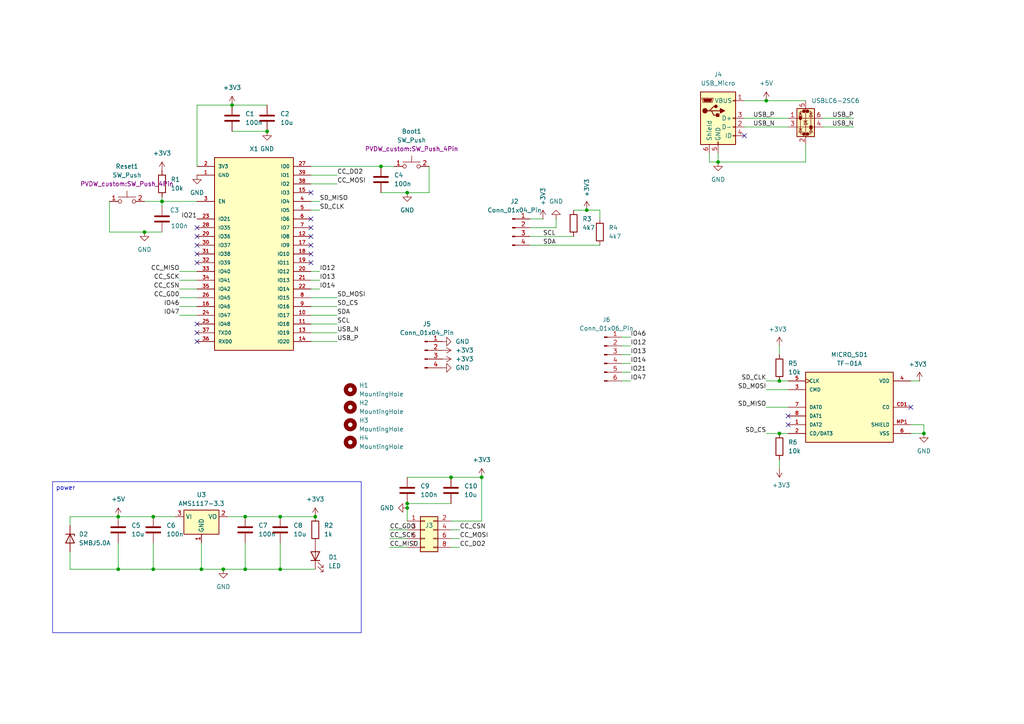
<source format=kicad_sch>
(kicad_sch (version 20250114) (generator "eeschema") (generator_version "9.0")
  (paper "A4")
  (lib_symbols
    (symbol "Connector:Conn_01x04_Pin" (pin_names (offset 1.016) (hide yes))
      (property "Reference" "J" (at 0 5.08 0))
      (property "Value" "Conn_01x04_Pin" (at 0 -7.62 0))
      (symbol "Conn_01x04_Pin_1_1"
        (rectangle (start 0.8636 2.667) (end 0 2.413) (stroke (width 0.1524)) (fill (type outline)))
        (rectangle (start 0.8636 0.127) (end 0 -0.127) (stroke (width 0.1524)) (fill (type outline)))
        (rectangle (start 0.8636 -2.413) (end 0 -2.667) (stroke (width 0.1524)) (fill (type outline)))
        (rectangle (start 0.8636 -4.953) (end 0 -5.207) (stroke (width 0.1524)) (fill (type outline)))
        (polyline (pts (xy 1.27 2.54) (xy 0.8636 2.54)) (stroke (width 0.1524)))
        (polyline (pts (xy 1.27 0) (xy 0.8636 0)) (stroke (width 0.1524)))
        (polyline (pts (xy 1.27 -2.54) (xy 0.8636 -2.54)) (stroke (width 0.1524)))
        (polyline (pts (xy 1.27 -5.08) (xy 0.8636 -5.08)) (stroke (width 0.1524)))
        (pin passive line (at 5.08 2.54 180) (length 3.81) (name "Pin_1") (number "1"))
        (pin passive line (at 5.08 0 180) (length 3.81) (name "Pin_2") (number "2"))
        (pin passive line (at 5.08 -2.54 180) (length 3.81) (name "Pin_3") (number "3"))
        (pin passive line (at 5.08 -5.08 180) (length 3.81) (name "Pin_4") (number "4"))
      )
    )
    (symbol "Connector:Conn_01x06_Pin" (pin_names (offset 1.016) (hide yes))
      (property "Reference" "J" (at 0 7.62 0))
      (property "Value" "Conn_01x06_Pin" (at 0 -10.16 0))
      (symbol "Conn_01x06_Pin_1_1"
        (rectangle (start 0.8636 5.207) (end 0 4.953) (stroke (width 0.1524)) (fill (type outline)))
        (rectangle (start 0.8636 2.667) (end 0 2.413) (stroke (width 0.1524)) (fill (type outline)))
        (rectangle (start 0.8636 0.127) (end 0 -0.127) (stroke (width 0.1524)) (fill (type outline)))
        (rectangle (start 0.8636 -2.413) (end 0 -2.667) (stroke (width 0.1524)) (fill (type outline)))
        (rectangle (start 0.8636 -4.953) (end 0 -5.207) (stroke (width 0.1524)) (fill (type outline)))
        (rectangle (start 0.8636 -7.493) (end 0 -7.747) (stroke (width 0.1524)) (fill (type outline)))
        (polyline (pts (xy 1.27 5.08) (xy 0.8636 5.08)) (stroke (width 0.1524)))
        (polyline (pts (xy 1.27 2.54) (xy 0.8636 2.54)) (stroke (width 0.1524)))
        (polyline (pts (xy 1.27 0) (xy 0.8636 0)) (stroke (width 0.1524)))
        (polyline (pts (xy 1.27 -2.54) (xy 0.8636 -2.54)) (stroke (width 0.1524)))
        (polyline (pts (xy 1.27 -5.08) (xy 0.8636 -5.08)) (stroke (width 0.1524)))
        (polyline (pts (xy 1.27 -7.62) (xy 0.8636 -7.62)) (stroke (width 0.1524)))
        (pin passive line (at 5.08 5.08 180) (length 3.81) (name "Pin_1") (number "1"))
        (pin passive line (at 5.08 2.54 180) (length 3.81) (name "Pin_2") (number "2"))
        (pin passive line (at 5.08 0 180) (length 3.81) (name "Pin_3") (number "3"))
        (pin passive line (at 5.08 -2.54 180) (length 3.81) (name "Pin_4") (number "4"))
        (pin passive line (at 5.08 -5.08 180) (length 3.81) (name "Pin_5") (number "5"))
        (pin passive line (at 5.08 -7.62 180) (length 3.81) (name "Pin_6") (number "6"))
      )
    )
    (symbol "Connector_Generic:Conn_02x04_Odd_Even" (pin_names (offset 1.016) (hide yes))
      (property "Reference" "J" (at 1.27 5.08 0))
      (property "Value" "Conn_02x04_Odd_Even" (at 1.27 -7.62 0))
      (symbol "Conn_02x04_Odd_Even_1_1"
        (rectangle (start -1.27 3.81) (end 3.81 -6.35) (stroke (width 0.254)) (fill (type background)))
        (rectangle (start -1.27 2.667) (end 0 2.413) (stroke (width 0.1524)))
        (rectangle (start -1.27 0.127) (end 0 -0.127) (stroke (width 0.1524)))
        (rectangle (start -1.27 -2.413) (end 0 -2.667) (stroke (width 0.1524)))
        (rectangle (start -1.27 -4.953) (end 0 -5.207) (stroke (width 0.1524)))
        (rectangle (start 3.81 2.667) (end 2.54 2.413) (stroke (width 0.1524)))
        (rectangle (start 3.81 0.127) (end 2.54 -0.127) (stroke (width 0.1524)))
        (rectangle (start 3.81 -2.413) (end 2.54 -2.667) (stroke (width 0.1524)))
        (rectangle (start 3.81 -4.953) (end 2.54 -5.207) (stroke (width 0.1524)))
        (pin passive line (at -5.08 2.54 0) (length 3.81) (name "Pin_1") (number "1"))
        (pin passive line (at -5.08 0 0) (length 3.81) (name "Pin_3") (number "3"))
        (pin passive line (at -5.08 -2.54 0) (length 3.81) (name "Pin_5") (number "5"))
        (pin passive line (at -5.08 -5.08 0) (length 3.81) (name "Pin_7") (number "7"))
        (pin passive line (at 7.62 2.54 180) (length 3.81) (name "Pin_2") (number "2"))
        (pin passive line (at 7.62 0 180) (length 3.81) (name "Pin_4") (number "4"))
        (pin passive line (at 7.62 -2.54 180) (length 3.81) (name "Pin_6") (number "6"))
        (pin passive line (at 7.62 -5.08 180) (length 3.81) (name "Pin_8") (number "8"))
      )
    )
    (symbol "Device:C" (pin_numbers (hide yes)) (pin_names (offset 0.254))
      (property "Reference" "C" (at 0.635 2.54 0))
      (property "Value" "C" (at 0.635 -2.54 0))
      (symbol "C_0_1"
        (polyline (pts (xy -2.032 0.762) (xy 2.032 0.762)) (stroke (width 0.508)))
        (polyline (pts (xy -2.032 -0.762) (xy 2.032 -0.762)) (stroke (width 0.508)))
      )
      (symbol "C_1_1"
        (pin passive line (at 0 3.81 270) (length 2.794) (name "~") (number "1"))
        (pin passive line (at 0 -3.81 90) (length 2.794) (name "~") (number "2"))
      )
    )
    (symbol "Device:LED" (pin_numbers (hide yes)) (pin_names (offset 1.016) (hide yes))
      (property "Reference" "D" (at 0 2.54 0))
      (property "Value" "LED" (at 0 -2.54 0))
      (symbol "LED_0_1"
        (polyline (pts (xy -3.048 -0.762) (xy -4.572 -2.286) (xy -3.81 -2.286) (xy -4.572 -2.286) (xy -4.572 -1.524)))
        (polyline (pts (xy -1.778 -0.762) (xy -3.302 -2.286) (xy -2.54 -2.286) (xy -3.302 -2.286) (xy -3.302 -1.524)))
        (polyline (pts (xy -1.27 0) (xy 1.27 0)))
        (polyline (pts (xy -1.27 -1.27) (xy -1.27 1.27)) (stroke (width 0.254)))
        (polyline (pts (xy 1.27 -1.27) (xy 1.27 1.27) (xy -1.27 0) (xy 1.27 -1.27)) (stroke (width 0.254)))
      )
      (symbol "LED_1_1"
        (pin passive line (at -3.81 0 0) (length 2.54) (name "K") (number "1"))
        (pin passive line (at 3.81 0 180) (length 2.54) (name "A") (number "2"))
      )
    )
    (symbol "Device:R" (pin_numbers (hide yes)) (pin_names (offset 0))
      (property "Reference" "R" (at 2.032 0 90))
      (property "Value" "R" (at 0 0 90))
      (symbol "R_0_1"
        (rectangle (start -1.016 -2.54) (end 1.016 2.54) (stroke (width 0.254)))
      )
      (symbol "R_1_1"
        (pin passive line (at 0 3.81 270) (length 1.27) (name "~") (number "1"))
        (pin passive line (at 0 -3.81 90) (length 1.27) (name "~") (number "2"))
      )
    )
    (symbol "Diode:Z2SMBxxx" (pin_numbers (hide yes)) (pin_names (hide yes))
      (property "Reference" "D" (at 0 2.54 0))
      (property "Value" "Z2SMBxxx" (at 0 -2.54 0))
      (symbol "Z2SMBxxx_0_1"
        (polyline (pts (xy -1.27 -1.27) (xy -1.27 1.27) (xy -0.762 1.27)) (stroke (width 0.254)))
        (polyline (pts (xy 1.27 0) (xy -1.27 0)))
        (polyline (pts (xy 1.27 -1.27) (xy 1.27 1.27) (xy -1.27 0) (xy 1.27 -1.27)) (stroke (width 0.254)))
      )
      (symbol "Z2SMBxxx_1_1"
        (pin passive line (at -3.81 0 0) (length 2.54) (name "K") (number "1"))
        (pin passive line (at 3.81 0 180) (length 2.54) (name "A") (number "2"))
      )
    )
    (symbol "Mechanical:MountingHole" (pin_names (offset 1.016)) (in_bom no)
      (property "Reference" "H" (at 0 5.08 0))
      (property "Value" "MountingHole" (at 0 3.175 0))
      (symbol "MountingHole_0_1"
        (circle (center 0 0) (radius 1.27) (stroke (width 1.27)))
      )
    )
    (symbol "PVDW_custom:ESP32-S3-WROOM-1-N16R8" (pin_names (offset 1.016))
      (property "Reference" "X" (at -1.27 5.08 0))
      (symbol "ESP32-S3-WROOM-1-N16R8_0_0"
        (rectangle (start 0 -55.88) (end 22.86 0) (stroke (width 0.254)) (fill (type background)))
        (pin bidirectional line (at -5.08 -2.54 0) (length 5.08) (name "3V3") (number "2"))
        (pin bidirectional line (at -5.08 -5.08 0) (length 5.08) (name "GND") (number "1"))
        (pin bidirectional line (at -5.08 -5.08 0) (length 5.08) (hide yes) (name "GND") (number "40"))
        (pin bidirectional line (at -5.08 -5.08 0) (length 5.08) (hide yes) (name "GND") (number "41"))
        (pin bidirectional line (at -5.08 -5.08 0) (length 5.08) (hide yes) (name "GND") (number "42"))
        (pin bidirectional line (at -5.08 -5.08 0) (length 5.08) (hide yes) (name "GND") (number "43"))
        (pin bidirectional line (at -5.08 -5.08 0) (length 5.08) (hide yes) (name "GND") (number "44"))
        (pin bidirectional line (at -5.08 -5.08 0) (length 5.08) (hide yes) (name "GND") (number "45"))
        (pin bidirectional line (at -5.08 -5.08 0) (length 5.08) (hide yes) (name "GND") (number "46"))
        (pin bidirectional line (at -5.08 -5.08 0) (length 5.08) (hide yes) (name "GND") (number "47"))
        (pin bidirectional line (at -5.08 -5.08 0) (length 5.08) (hide yes) (name "GND") (number "48"))
        (pin bidirectional line (at -5.08 -5.08 0) (length 5.08) (hide yes) (name "GND") (number "49"))
        (pin bidirectional line (at -5.08 -12.7 0) (length 5.08) (name "EN") (number "3"))
        (pin bidirectional line (at -5.08 -17.78 0) (length 5.08) (name "IO21") (number "23"))
        (pin bidirectional line (at -5.08 -20.32 0) (length 5.08) (name "IO35") (number "28"))
        (pin bidirectional line (at -5.08 -22.86 0) (length 5.08) (name "IO36") (number "29"))
        (pin bidirectional line (at -5.08 -25.4 0) (length 5.08) (name "IO37") (number "30"))
        (pin bidirectional line (at -5.08 -27.94 0) (length 5.08) (name "IO38") (number "31"))
        (pin bidirectional line (at -5.08 -30.48 0) (length 5.08) (name "IO39") (number "32"))
        (pin bidirectional line (at -5.08 -33.02 0) (length 5.08) (name "IO40") (number "33"))
        (pin bidirectional line (at -5.08 -35.56 0) (length 5.08) (name "IO41") (number "34"))
        (pin bidirectional line (at -5.08 -38.1 0) (length 5.08) (name "IO42") (number "35"))
        (pin bidirectional line (at -5.08 -40.64 0) (length 5.08) (name "IO45") (number "26"))
        (pin bidirectional line (at -5.08 -43.18 0) (length 5.08) (name "IO46") (number "16"))
        (pin bidirectional line (at -5.08 -45.72 0) (length 5.08) (name "IO47") (number "24"))
        (pin bidirectional line (at -5.08 -48.26 0) (length 5.08) (name "IO48") (number "25"))
        (pin bidirectional line (at -5.08 -50.8 0) (length 5.08) (name "TXD0") (number "37"))
        (pin bidirectional line (at -5.08 -53.34 0) (length 5.08) (name "RXD0") (number "36"))
        (pin bidirectional line (at 27.94 -2.54 180) (length 5.08) (name "IO0") (number "27"))
        (pin bidirectional line (at 27.94 -5.08 180) (length 5.08) (name "IO1") (number "39"))
        (pin bidirectional line (at 27.94 -7.62 180) (length 5.08) (name "IO2") (number "38"))
        (pin bidirectional line (at 27.94 -10.16 180) (length 5.08) (name "IO3") (number "15"))
        (pin bidirectional line (at 27.94 -12.7 180) (length 5.08) (name "IO4") (number "4"))
        (pin bidirectional line (at 27.94 -15.24 180) (length 5.08) (name "IO5") (number "5"))
        (pin bidirectional line (at 27.94 -17.78 180) (length 5.08) (name "IO6") (number "6"))
        (pin bidirectional line (at 27.94 -20.32 180) (length 5.08) (name "IO7") (number "7"))
        (pin bidirectional line (at 27.94 -22.86 180) (length 5.08) (name "IO8") (number "12"))
        (pin bidirectional line (at 27.94 -25.4 180) (length 5.08) (name "IO9") (number "17"))
        (pin bidirectional line (at 27.94 -27.94 180) (length 5.08) (name "IO10") (number "18"))
        (pin bidirectional line (at 27.94 -30.48 180) (length 5.08) (name "IO11") (number "19"))
        (pin bidirectional line (at 27.94 -33.02 180) (length 5.08) (name "IO12") (number "20"))
        (pin bidirectional line (at 27.94 -35.56 180) (length 5.08) (name "IO13") (number "21"))
        (pin bidirectional line (at 27.94 -38.1 180) (length 5.08) (name "IO14") (number "22"))
        (pin bidirectional line (at 27.94 -40.64 180) (length 5.08) (name "IO15") (number "8"))
        (pin bidirectional line (at 27.94 -43.18 180) (length 5.08) (name "IO16") (number "9"))
        (pin bidirectional line (at 27.94 -45.72 180) (length 5.08) (name "IO17") (number "10"))
        (pin bidirectional line (at 27.94 -48.26 180) (length 5.08) (name "IO18") (number "11"))
        (pin bidirectional line (at 27.94 -50.8 180) (length 5.08) (name "IO19") (number "13"))
        (pin bidirectional line (at 27.94 -53.34 180) (length 5.08) (name "IO20") (number "14"))
      )
    )
    (symbol "PVDW_custom:SW_Push" (pin_names (offset 1.016) (hide yes))
      (property "Reference" "SW" (at 1.27 2.54 0))
      (property "Value" "SW_Push" (at 0 -1.524 0))
      (property "Footprint" "PVDW_custom:SW_Push_4Pin" (at 0 5.08 0))
      (symbol "SW_Push_0_1"
        (circle (center -2.032 0) (radius 0.508))
        (polyline (pts (xy 0 1.27) (xy 0 3.048)))
        (circle (center 2.032 0) (radius 0.508))
        (polyline (pts (xy 2.54 1.27) (xy -2.54 1.27)))
        (pin passive line (at -5.08 0 0) (length 2.54) (name "1") (number "1"))
        (pin passive line (at 5.08 0 180) (length 2.54) (name "2") (number "2"))
      )
    )
    (symbol "PVDW_custom:TF-01A" (pin_names (offset 1.016))
      (property "Reference" "MICRO_SD" (at -12.7 10.795 0))
      (property "Value" "TF-01A" (at -12.7 -12.7 0))
      (symbol "TF-01A_0_0"
        (rectangle (start -12.7 -10.16) (end 12.7 10.16) (stroke (width 0.254)) (fill (type background)))
        (pin bidirectional clock (at -17.78 7.62 0) (length 5.08) (name "CLK") (number "5"))
        (pin bidirectional line (at -17.78 5.08 0) (length 5.08) (name "CMD") (number "3"))
        (pin bidirectional line (at -17.78 0 0) (length 5.08) (name "DAT0") (number "7"))
        (pin bidirectional line (at -17.78 -2.54 0) (length 5.08) (name "DAT1") (number "8"))
        (pin bidirectional line (at -17.78 -5.08 0) (length 5.08) (name "DAT2") (number "1"))
        (pin bidirectional line (at -17.78 -7.62 0) (length 5.08) (name "CD/DAT3") (number "2"))
        (pin power_in line (at 17.78 7.62 180) (length 5.08) (name "VDD") (number "4"))
        (pin passive line (at 17.78 0 180) (length 5.08) (name "CD") (number "CD1"))
        (pin power_in line (at 17.78 -5.08 180) (length 5.08) (name "SHIELD") (number "MP1"))
        (pin power_in line (at 17.78 -5.08 180) (length 5.08) (hide yes) (name "SHIELD") (number "MP2"))
        (pin power_in line (at 17.78 -5.08 180) (length 5.08) (hide yes) (name "SHIELD") (number "MP3"))
        (pin power_in line (at 17.78 -5.08 180) (length 5.08) (hide yes) (name "SHIELD") (number "MP4"))
        (pin power_in line (at 17.78 -7.62 180) (length 5.08) (name "VSS") (number "6"))
      )
    )
    (symbol "PVDW_custom:USB_Micro" (pin_names (offset 1.016))
      (property "Reference" "J" (at -5.08 11.43 0))
      (property "Value" "USB_Micro" (at -5.08 8.89 0))
      (symbol "USB_Micro_0_1"
        (rectangle (start -5.08 7.62) (end 5.08 -7.62) (stroke (width 0.254)) (fill (type background)))
        (polyline (pts (xy -4.699 5.842) (xy -4.699 5.588) (xy -4.445 4.826) (xy -4.445 4.572) (xy -1.651 4.572) (xy -1.651 4.826) (xy -1.397 5.588) (xy -1.397 5.842) (xy -4.699 5.842)))
        (polyline (pts (xy -4.318 5.588) (xy -1.778 5.588) (xy -2.032 4.826) (xy -4.064 4.826) (xy -4.318 5.588)) (fill (type outline)))
        (circle (center -3.81 2.159) (radius 0.635) (stroke (width 0.254)) (fill (type outline)))
        (polyline (pts (xy -3.175 2.159) (xy -2.54 2.159) (xy -1.27 3.429) (xy -0.635 3.429)) (stroke (width 0.254)))
        (polyline (pts (xy -2.54 2.159) (xy -1.905 2.159) (xy -1.27 0.889) (xy 0 0.889)) (stroke (width 0.254)))
        (polyline (pts (xy -1.905 2.159) (xy 0.635 2.159)) (stroke (width 0.254)))
        (circle (center -0.635 3.429) (radius 0.381) (stroke (width 0.254)) (fill (type outline)))
        (rectangle (start -0.127 -7.62) (end 0.127 -6.858))
        (rectangle (start 0.254 1.27) (end -0.508 0.508) (stroke (width 0.254)) (fill (type outline)))
        (polyline (pts (xy 0.635 2.794) (xy 0.635 1.524) (xy 1.905 2.159) (xy 0.635 2.794)) (stroke (width 0.254)) (fill (type outline)))
        (rectangle (start 5.08 4.953) (end 4.318 5.207))
        (rectangle (start 5.08 -0.127) (end 4.318 0.127))
        (rectangle (start 5.08 -2.667) (end 4.318 -2.413))
        (rectangle (start 5.08 -5.207) (end 4.318 -4.953))
      )
      (symbol "USB_Micro_1_1"
        (pin passive line (at -2.54 -10.16 90) (length 2.54) (name "Shield") (number "6"))
        (pin passive line (at 0 -10.16 90) (length 2.54) (name "GND") (number "5"))
        (pin passive line (at 7.62 5.08 180) (length 2.54) (name "VBUS") (number "1"))
        (pin bidirectional line (at 7.62 0 180) (length 2.54) (name "D+") (number "3"))
        (pin bidirectional line (at 7.62 -2.54 180) (length 2.54) (name "D-") (number "2"))
        (pin passive line (at 7.62 -5.08 180) (length 2.54) (name "ID") (number "4"))
      )
    )
    (symbol "Power_Protection:USBLC6-2SC6" (pin_names (hide yes))
      (property "Reference" "U" (at 0.635 5.715 0))
      (property "Value" "USBLC6-2SC6" (at 0.635 3.81 0))
      (symbol "USBLC6-2SC6_0_0"
        (circle (center -1.524 0) (radius 0.0001) (stroke (width 0.508)))
        (circle (center -0.508 2.032) (radius 0.0001) (stroke (width 0.508)))
        (circle (center -0.508 -4.572) (radius 0.0001) (stroke (width 0.508)))
        (circle (center 0.508 2.032) (radius 0.0001) (stroke (width 0.508)))
        (circle (center 0.508 -4.572) (radius 0.0001) (stroke (width 0.508)))
        (circle (center 1.524 -2.54) (radius 0.0001) (stroke (width 0.508)))
      )
      (symbol "USBLC6-2SC6_0_1"
        (polyline (pts (xy -2.54 0) (xy 2.54 0)))
        (polyline (pts (xy -2.54 -2.54) (xy 2.54 -2.54)))
        (polyline (pts (xy -2.032 0.508) (xy -1.016 0.508) (xy -1.524 1.524) (xy -2.032 0.508)))
        (polyline (pts (xy -2.032 -3.048) (xy -1.016 -3.048)))
        (polyline (pts (xy -1.016 1.524) (xy -2.032 1.524)))
        (polyline (pts (xy -1.016 -4.064) (xy -2.032 -4.064) (xy -1.524 -3.048) (xy -1.016 -4.064)))
        (polyline (pts (xy -0.508 -1.143) (xy -0.508 -0.762) (xy 0.508 -0.762)))
        (polyline (pts (xy 0 2.54) (xy -0.508 2.032) (xy 0.508 2.032) (xy 0 1.524) (xy 0 -4.064) (xy -0.508 -4.572) (xy 0.508 -4.572) (xy 0 -5.08)))
        (polyline (pts (xy 0.508 -1.778) (xy -0.508 -1.778) (xy 0 -0.762) (xy 0.508 -1.778)))
        (polyline (pts (xy 1.016 1.524) (xy 2.032 1.524)))
        (polyline (pts (xy 1.016 -3.048) (xy 2.032 -3.048)))
        (polyline (pts (xy 2.032 0.508) (xy 1.016 0.508) (xy 1.524 1.524) (xy 2.032 0.508)))
        (polyline (pts (xy 2.032 -4.064) (xy 1.016 -4.064) (xy 1.524 -3.048) (xy 2.032 -4.064)))
      )
      (symbol "USBLC6-2SC6_1_1"
        (rectangle (start -2.54 2.794) (end 2.54 -5.334) (stroke (width 0.254)) (fill (type background)))
        (polyline (pts (xy -0.508 2.032) (xy -1.524 2.032) (xy -1.524 -4.572) (xy -0.508 -4.572)))
        (polyline (pts (xy 0.508 -4.572) (xy 1.524 -4.572) (xy 1.524 2.032) (xy 0.508 2.032)))
        (pin passive line (at -5.08 0 0) (length 2.54) (name "I/O1") (number "1"))
        (pin passive line (at -5.08 -2.54 0) (length 2.54) (name "I/O2") (number "3"))
        (pin passive line (at 0 5.08 270) (length 2.54) (name "VBUS") (number "5"))
        (pin passive line (at 0 -7.62 90) (length 2.54) (name "GND") (number "2"))
        (pin passive line (at 5.08 0 180) (length 2.54) (name "I/O1") (number "6"))
        (pin passive line (at 5.08 -2.54 180) (length 2.54) (name "I/O2") (number "4"))
      )
    )
    (symbol "Regulator_Linear:AMS1117-3.3"
      (property "Reference" "U" (at -3.81 3.175 0))
      (property "Value" "AMS1117-3.3" (at 0 3.175 0))
      (symbol "AMS1117-3.3_0_1"
        (rectangle (start -5.08 -5.08) (end 5.08 1.905) (stroke (width 0.254)) (fill (type background)))
      )
      (symbol "AMS1117-3.3_1_1"
        (pin power_in line (at -7.62 0 0) (length 2.54) (name "VI") (number "3"))
        (pin power_in line (at 0 -7.62 90) (length 2.54) (name "GND") (number "1"))
        (pin power_out line (at 7.62 0 180) (length 2.54) (name "VO") (number "2"))
      )
    )
    (symbol "power:+3V3" (power) (pin_numbers (hide yes)) (pin_names (offset 0) (hide yes))
      (property "Value" "+3V3" (at 0 3.556 0))
      (symbol "+3V3_0_1"
        (polyline (pts (xy -0.762 1.27) (xy 0 2.54)))
        (polyline (pts (xy 0 2.54) (xy 0.762 1.27)))
        (polyline (pts (xy 0 0) (xy 0 2.54)))
      )
      (symbol "+3V3_1_1"
        (pin power_in line (at 0 0 90) (length 0) (name "~") (number "1"))
      )
    )
    (symbol "power:+5V" (power) (pin_numbers (hide yes)) (pin_names (offset 0) (hide yes))
      (property "Value" "+5V" (at 0 3.556 0))
      (symbol "+5V_0_1"
        (polyline (pts (xy -0.762 1.27) (xy 0 2.54)))
        (polyline (pts (xy 0 2.54) (xy 0.762 1.27)))
        (polyline (pts (xy 0 0) (xy 0 2.54)))
      )
      (symbol "+5V_1_1"
        (pin power_in line (at 0 0 90) (length 0) (name "~") (number "1"))
      )
    )
    (symbol "power:GND" (power) (pin_numbers (hide yes)) (pin_names (offset 0) (hide yes))
      (property "Value" "GND" (at 0 -3.81 0))
      (symbol "GND_0_1"
        (polyline (pts (xy 0 0) (xy 0 -1.27) (xy 1.27 -1.27) (xy 0 -2.54) (xy -1.27 -1.27) (xy 0 -1.27)))
      )
      (symbol "GND_1_1"
        (pin power_in line (at 0 0 270) (length 0) (name "~") (number "1"))
      )
    )
  )
  (text_box "power" (at 15.24 139.7 0) (size 89.535 43.815) (margins 0.9525 0.9525 0.9525 0.9525) (effects (font (size 1.27 1.27)) (justify left top)))
  (junction (at 170.18 60.96))
  (junction (at 208.28 46.99))
  (junction (at 71.12 165.1))
  (junction (at 226.06 125.73))
  (junction (at 44.45 165.1))
  (junction (at 34.29 149.86))
  (junction (at 46.99 58.42))
  (junction (at 44.45 149.86))
  (junction (at 81.28 165.1))
  (junction (at 139.7 138.43))
  (junction (at 118.11 55.88))
  (junction (at 77.47 38.1))
  (junction (at 110.49 48.26))
  (junction (at 118.11 146.05))
  (junction (at 58.42 165.1))
  (junction (at 222.25 29.21))
  (junction (at 130.81 138.43))
  (junction (at 118.11 147.32))
  (junction (at 91.44 149.86))
  (junction (at 67.31 30.48))
  (junction (at 41.91 67.31))
  (junction (at 71.12 149.86))
  (junction (at 64.77 165.1))
  (junction (at 34.29 165.1))
  (junction (at 81.28 149.86))
  (junction (at 226.06 110.49))
  (junction (at 267.97 125.73))
  (no_connect (at 57.15 96.52))
  (no_connect (at 90.17 76.2))
  (no_connect (at 90.17 63.5))
  (no_connect (at 57.15 99.06))
  (no_connect (at 57.15 71.12))
  (no_connect (at 228.6 123.19))
  (no_connect (at 90.17 68.58))
  (no_connect (at 90.17 71.12))
  (no_connect (at 57.15 76.2))
  (no_connect (at 57.15 93.98))
  (no_connect (at 228.6 120.65))
  (no_connect (at 90.17 66.04))
  (no_connect (at 90.17 73.66))
  (no_connect (at 90.17 55.88))
  (no_connect (at 57.15 66.04))
  (no_connect (at 57.15 68.58))
  (no_connect (at 215.9 39.37))
  (no_connect (at 264.16 118.11))
  (no_connect (at 57.15 73.66))
  (wire (pts (xy 90.17 53.34) (xy 97.79 53.34)))
  (wire (pts (xy 67.31 38.1) (xy 77.47 38.1)))
  (wire (pts (xy 226.06 100.33) (xy 226.06 102.87)))
  (wire (pts (xy 46.99 58.42) (xy 46.99 59.69)))
  (wire (pts (xy 205.74 44.45) (xy 205.74 46.99)))
  (wire (pts (xy 67.31 30.48) (xy 77.47 30.48)))
  (wire (pts (xy 161.29 63.5) (xy 161.29 66.04)))
  (wire (pts (xy 208.28 44.45) (xy 208.28 46.99)))
  (wire (pts (xy 130.81 158.75) (xy 133.35 158.75)))
  (wire (pts (xy 267.97 123.19) (xy 267.97 125.73)))
  (wire (pts (xy 52.07 88.9) (xy 57.15 88.9)))
  (wire (pts (xy 90.17 60.96) (xy 92.71 60.96)))
  (wire (pts (xy 52.07 78.74) (xy 57.15 78.74)))
  (wire (pts (xy 180.34 102.87) (xy 182.88 102.87)))
  (wire (pts (xy 20.32 149.86) (xy 20.32 152.4)))
  (wire (pts (xy 238.76 36.83) (xy 247.65 36.83)))
  (wire (pts (xy 44.45 165.1) (xy 34.29 165.1)))
  (wire (pts (xy 20.32 165.1) (xy 34.29 165.1)))
  (wire (pts (xy 222.25 118.11) (xy 228.6 118.11)))
  (wire (pts (xy 66.04 149.86) (xy 71.12 149.86)))
  (wire (pts (xy 264.16 125.73) (xy 267.97 125.73)))
  (wire (pts (xy 81.28 149.86) (xy 91.44 149.86)))
  (wire (pts (xy 130.81 156.21) (xy 133.35 156.21)))
  (wire (pts (xy 130.81 153.67) (xy 133.35 153.67)))
  (wire (pts (xy 215.9 29.21) (xy 222.25 29.21)))
  (wire (pts (xy 46.99 58.42) (xy 57.15 58.42)))
  (wire (pts (xy 124.46 55.88) (xy 118.11 55.88)))
  (wire (pts (xy 205.74 46.99) (xy 208.28 46.99)))
  (wire (pts (xy 222.25 113.03) (xy 228.6 113.03)))
  (wire (pts (xy 130.81 151.13) (xy 139.7 151.13)))
  (wire (pts (xy 153.67 68.58) (xy 166.37 68.58)))
  (wire (pts (xy 124.46 48.26) (xy 124.46 55.88)))
  (wire (pts (xy 113.03 158.75) (xy 118.11 158.75)))
  (wire (pts (xy 222.25 110.49) (xy 226.06 110.49)))
  (wire (pts (xy 31.75 67.31) (xy 41.91 67.31)))
  (wire (pts (xy 90.17 93.98) (xy 97.79 93.98)))
  (wire (pts (xy 215.9 36.83) (xy 228.6 36.83)))
  (wire (pts (xy 67.31 30.48) (xy 57.15 30.48)))
  (wire (pts (xy 113.03 156.21) (xy 118.11 156.21)))
  (wire (pts (xy 34.29 149.86) (xy 44.45 149.86)))
  (wire (pts (xy 58.42 165.1) (xy 44.45 165.1)))
  (wire (pts (xy 90.17 86.36) (xy 97.79 86.36)))
  (wire (pts (xy 153.67 71.12) (xy 173.99 71.12)))
  (wire (pts (xy 34.29 165.1) (xy 34.29 157.48)))
  (wire (pts (xy 52.07 81.28) (xy 57.15 81.28)))
  (wire (pts (xy 118.11 147.32) (xy 118.11 151.13)))
  (wire (pts (xy 226.06 133.35) (xy 226.06 135.89)))
  (wire (pts (xy 46.99 57.15) (xy 46.99 58.42)))
  (wire (pts (xy 90.17 91.44) (xy 97.79 91.44)))
  (wire (pts (xy 90.17 50.8) (xy 97.79 50.8)))
  (wire (pts (xy 71.12 149.86) (xy 81.28 149.86)))
  (wire (pts (xy 208.28 46.99) (xy 233.68 46.99)))
  (wire (pts (xy 118.11 55.88) (xy 110.49 55.88)))
  (wire (pts (xy 90.17 83.82) (xy 92.71 83.82)))
  (wire (pts (xy 118.11 146.05) (xy 130.81 146.05)))
  (wire (pts (xy 180.34 100.33) (xy 182.88 100.33)))
  (wire (pts (xy 170.18 60.96) (xy 173.99 60.96)))
  (wire (pts (xy 44.45 149.86) (xy 50.8 149.86)))
  (wire (pts (xy 90.17 58.42) (xy 92.71 58.42)))
  (wire (pts (xy 226.06 125.73) (xy 228.6 125.73)))
  (wire (pts (xy 113.03 153.67) (xy 118.11 153.67)))
  (wire (pts (xy 110.49 48.26) (xy 114.3 48.26)))
  (wire (pts (xy 238.76 34.29) (xy 247.65 34.29)))
  (wire (pts (xy 173.99 60.96) (xy 173.99 63.5)))
  (wire (pts (xy 118.11 138.43) (xy 130.81 138.43)))
  (wire (pts (xy 52.07 91.44) (xy 57.15 91.44)))
  (wire (pts (xy 264.16 110.49) (xy 266.7 110.49)))
  (wire (pts (xy 153.67 66.04) (xy 161.29 66.04)))
  (wire (pts (xy 90.17 88.9) (xy 97.79 88.9)))
  (wire (pts (xy 91.44 165.1) (xy 81.28 165.1)))
  (wire (pts (xy 20.32 160.02) (xy 20.32 165.1)))
  (wire (pts (xy 52.07 86.36) (xy 57.15 86.36)))
  (wire (pts (xy 90.17 81.28) (xy 92.71 81.28)))
  (wire (pts (xy 81.28 165.1) (xy 71.12 165.1)))
  (wire (pts (xy 34.29 149.86) (xy 20.32 149.86)))
  (wire (pts (xy 41.91 58.42) (xy 46.99 58.42)))
  (wire (pts (xy 233.68 46.99) (xy 233.68 41.91)))
  (wire (pts (xy 41.91 67.31) (xy 46.99 67.31)))
  (wire (pts (xy 58.42 157.48) (xy 58.42 165.1)))
  (wire (pts (xy 44.45 157.48) (xy 44.45 165.1)))
  (wire (pts (xy 90.17 96.52) (xy 97.79 96.52)))
  (wire (pts (xy 180.34 105.41) (xy 182.88 105.41)))
  (wire (pts (xy 90.17 99.06) (xy 97.79 99.06)))
  (wire (pts (xy 64.77 165.1) (xy 58.42 165.1)))
  (wire (pts (xy 90.17 48.26) (xy 110.49 48.26)))
  (wire (pts (xy 81.28 157.48) (xy 81.28 165.1)))
  (wire (pts (xy 180.34 97.79) (xy 182.88 97.79)))
  (wire (pts (xy 215.9 34.29) (xy 228.6 34.29)))
  (wire (pts (xy 90.17 78.74) (xy 92.71 78.74)))
  (wire (pts (xy 166.37 60.96) (xy 170.18 60.96)))
  (wire (pts (xy 71.12 157.48) (xy 71.12 165.1)))
  (wire (pts (xy 118.11 146.05) (xy 118.11 147.32)))
  (wire (pts (xy 222.25 125.73) (xy 226.06 125.73)))
  (wire (pts (xy 153.67 63.5) (xy 157.48 63.5)))
  (wire (pts (xy 180.34 110.49) (xy 182.88 110.49)))
  (wire (pts (xy 52.07 83.82) (xy 57.15 83.82)))
  (wire (pts (xy 31.75 58.42) (xy 31.75 67.31)))
  (wire (pts (xy 226.06 110.49) (xy 228.6 110.49)))
  (wire (pts (xy 71.12 165.1) (xy 64.77 165.1)))
  (wire (pts (xy 130.81 138.43) (xy 139.7 138.43)))
  (wire (pts (xy 57.15 30.48) (xy 57.15 48.26)))
  (wire (pts (xy 180.34 107.95) (xy 182.88 107.95)))
  (wire (pts (xy 222.25 29.21) (xy 233.68 29.21)))
  (wire (pts (xy 264.16 123.19) (xy 267.97 123.19)))
  (wire (pts (xy 139.7 138.43) (xy 139.7 151.13)))
  (label "CC_DO2" (at 133.35 158.75 0))
  (label "SD_MOSI" (at 222.25 113.03 180))
  (label "USB_P" (at 218.44 34.29 0))
  (label "IO21" (at 57.15 63.5 180))
  (label "SDA" (at 157.48 71.12 0))
  (label "SD_CLK" (at 92.71 60.96 0))
  (label "IO14" (at 92.71 83.82 0))
  (label "USB_P" (at 247.65 34.29 180))
  (label "CC_MISO" (at 52.07 78.74 180))
  (label "CC_DO2" (at 97.79 50.8 0))
  (label "CC_CSN" (at 52.07 83.82 180))
  (label "CC_SCK" (at 52.07 81.28 180))
  (label "IO14" (at 182.88 105.41 0))
  (label "CC_MISO" (at 113.03 158.75 0))
  (label "USB_N" (at 97.79 96.52 0))
  (label "SCL" (at 97.79 93.98 0))
  (label "CC_GD0" (at 113.03 153.67 0))
  (label "USB_N" (at 247.65 36.83 180))
  (label "IO12" (at 182.88 100.33 0))
  (label "IO13" (at 182.88 102.87 0))
  (label "IO13" (at 92.71 81.28 0))
  (label "USB_N" (at 218.44 36.83 0))
  (label "IO47" (at 52.07 91.44 180))
  (label "SCL" (at 157.48 68.58 0))
  (label "IO47" (at 182.88 110.49 0))
  (label "SD_MISO" (at 92.71 58.42 0))
  (label "CC_SCK" (at 113.03 156.21 0))
  (label "IO46" (at 52.07 88.9 180))
  (label "IO12" (at 92.71 78.74 0))
  (label "SD_CS" (at 97.79 88.9 0))
  (label "SD_CLK" (at 222.25 110.49 180))
  (label "SDA" (at 97.79 91.44 0))
  (label "IO21" (at 182.88 107.95 0))
  (label "IO46" (at 182.88 97.79 0))
  (label "CC_MOSI" (at 97.79 53.34 0))
  (label "CC_MOSI" (at 133.35 156.21 0))
  (label "SD_MOSI" (at 97.79 86.36 0))
  (label "USB_P" (at 97.79 99.06 0))
  (label "CC_GD0" (at 52.07 86.36 180))
  (label "SD_MISO" (at 222.25 118.11 180))
  (label "CC_CSN" (at 133.35 153.67 0))
  (label "SD_CS" (at 222.25 125.73 180))
  (symbol (lib_id "power:GND") (at 64.77 165.1 0) (unit 1)
    (property "Reference" "#PWR011" (effects (hide yes)))
    (property "Value" "GND" (at 64.77 170.18 0))
    (property "Description" "Power symbol creates a global label with name \"GND\" , ground" (effects (hide yes)))
  )
  (symbol (lib_id "power:+3V3") (at 46.99 49.53 0) (unit 1)
    (property "Reference" "#PWR03" (effects (hide yes)))
    (property "Value" "+3V3" (at 46.99 44.45 0))
    (property "Description" "Power symbol creates a global label with name \"+3V3\"" (effects (hide yes)))
  )
  (symbol (lib_id "Device:C") (at 130.81 142.24 0) (unit 1)
    (property "Reference" "C10" (at 134.62 140.9699 0) (effects (justify left)))
    (property "Value" "10u" (at 134.62 143.5099 0) (effects (justify left)))
    (property "Footprint" "Capacitor_SMD:C_0805_2012Metric" (effects (hide yes)))
    (property "Description" "Unpolarized capacitor" (effects (hide yes)))
  )
  (symbol (lib_id "power:+3V3") (at 91.44 149.86 0) (unit 1)
    (property "Reference" "#PWR010" (effects (hide yes)))
    (property "Value" "+3V3" (at 91.44 144.78 0))
    (property "Description" "Power symbol creates a global label with name \"+3V3\"" (effects (hide yes)))
  )
  (symbol (lib_id "Device:R") (at 46.99 53.34 0) (unit 1)
    (property "Reference" "R1" (at 49.53 52.0699 0) (effects (justify left)))
    (property "Value" "10k" (at 49.53 54.6099 0) (effects (justify left)))
    (property "Footprint" "Resistor_SMD:R_0805_2012Metric" (effects (hide yes)))
    (property "Description" "Resistor" (effects (hide yes)))
  )
  (symbol (lib_id "Mechanical:MountingHole") (at 101.6 128.27 0) (unit 1) (in_bom no)
    (property "Reference" "H4" (at 104.14 126.9999 0) (effects (justify left)))
    (property "Value" "MountingHole" (at 104.14 129.5399 0) (effects (justify left)))
    (property "Footprint" "MountingHole:MountingHole_2.2mm_M2_DIN965" (effects (hide yes)))
    (property "Description" "Mounting Hole without connection" (effects (hide yes)))
  )
  (symbol (lib_id "Connector_Generic:Conn_02x04_Odd_Even") (at 123.19 153.67 0) (unit 1)
    (property "Reference" "J3" (at 124.46 152.4 0))
    (property "Value" "Conn_02x04_Odd_Even" (effects (hide yes)))
    (property "Footprint" "PVDW_custom:PinHeader_2x04_P2.54mm_Vertical" (effects (hide yes)))
    (property "Description" "Generic connector, double row, 02x04, odd/even pin numbering scheme (row 1 odd numbers, row 2 even numbers), script generated (kicad-library-utils/schlib/autogen/connector/)" (effects (hide yes)))
  )
  (symbol (lib_id "PVDW_custom:SW_Push") (at 36.83 58.42 0) (unit 1)
    (property "Reference" "Reset1" (at 36.83 48.26 0))
    (property "Value" "SW_Push" (at 36.83 50.8 0))
    (property "Footprint" "PVDW_custom:SW_Push_4Pin" (at 36.83 53.34 0))
    (property "Description" "Push button switch, generic, two pins" (effects (hide yes)))
  )
  (symbol (lib_id "Device:R") (at 173.99 67.31 0) (unit 1)
    (property "Reference" "R4" (at 176.53 66.0399 0) (effects (justify left)))
    (property "Value" "4k7" (at 176.53 68.5799 0) (effects (justify left)))
    (property "Footprint" "Resistor_SMD:R_0805_2012Metric" (effects (hide yes)))
    (property "Description" "Resistor" (effects (hide yes)))
  )
  (symbol (lib_id "Mechanical:MountingHole") (at 101.6 113.03 0) (unit 1) (in_bom no)
    (property "Reference" "H1" (at 104.14 111.7599 0) (effects (justify left)))
    (property "Value" "MountingHole" (at 104.14 114.2999 0) (effects (justify left)))
    (property "Footprint" "MountingHole:MountingHole_2.2mm_M2_DIN965" (effects (hide yes)))
    (property "Description" "Mounting Hole without connection" (effects (hide yes)))
  )
  (symbol (lib_id "power:+5V") (at 222.25 29.21 0) (unit 1)
    (property "Reference" "#PWR07" (effects (hide yes)))
    (property "Value" "+5V" (at 222.25 24.13 0))
    (property "Description" "Power symbol creates a global label with name \"+5V\"" (effects (hide yes)))
  )
  (symbol (lib_id "power:GND") (at 118.11 147.32 270) (unit 1)
    (property "Reference" "#PWR015" (effects (hide yes)))
    (property "Value" "GND" (at 114.3 147.3199 90) (effects (justify right)))
    (property "Description" "Power symbol creates a global label with name \"GND\" , ground" (effects (hide yes)))
  )
  (symbol (lib_id "power:GND") (at 118.11 55.88 0) (unit 1)
    (property "Reference" "#PWR06" (effects (hide yes)))
    (property "Value" "GND" (at 118.11 60.96 0))
    (property "Description" "Power symbol creates a global label with name \"GND\" , ground" (effects (hide yes)))
  )
  (symbol (lib_id "power:GND") (at 161.29 63.5 180) (unit 1)
    (property "Reference" "#PWR021" (effects (hide yes)))
    (property "Value" "GND" (at 161.29 58.42 0))
    (property "Description" "Power symbol creates a global label with name \"GND\" , ground" (effects (hide yes)))
  )
  (symbol (lib_id "Device:R") (at 226.06 129.54 180) (unit 1)
    (property "Reference" "R6" (at 228.6 128.2699 0) (effects (justify right)))
    (property "Value" "10k" (at 228.6 130.8099 0) (effects (justify right)))
    (property "Footprint" "Resistor_SMD:R_0805_2012Metric" (effects (hide yes)))
    (property "Description" "Resistor" (effects (hide yes)))
  )
  (symbol (lib_id "Mechanical:MountingHole") (at 101.6 118.11 0) (unit 1) (in_bom no)
    (property "Reference" "H2" (at 104.14 116.8399 0) (effects (justify left)))
    (property "Value" "MountingHole" (at 104.14 119.3799 0) (effects (justify left)))
    (property "Footprint" "MountingHole:MountingHole_2.2mm_M2_DIN965" (effects (hide yes)))
    (property "Description" "Mounting Hole without connection" (effects (hide yes)))
  )
  (symbol (lib_id "Device:R") (at 226.06 106.68 180) (unit 1)
    (property "Reference" "R5" (at 228.6 105.4099 0) (effects (justify right)))
    (property "Value" "10k" (at 228.6 107.9499 0) (effects (justify right)))
    (property "Footprint" "Resistor_SMD:R_0805_2012Metric" (effects (hide yes)))
    (property "Description" "Resistor" (effects (hide yes)))
  )
  (symbol (lib_id "PVDW_custom:TF-01A") (at 246.38 118.11 0) (unit 1)
    (property "Reference" "MICRO_SD1" (at 246.38 102.87 0))
    (property "Value" "TF-01A" (at 246.38 105.41 0))
    (property "Footprint" "PVDW_custom:TF-01A" (effects (hide yes)))
    (property "MF" "HRO Electronics Co., Ltd." (effects (hide yes)))
    (property "Description_1" "Standard Card Edge Connectors" (effects (hide yes)))
    (property "Package" "Package" (effects (hide yes)))
    (property "Price" "None" (effects (hide yes)))
    (property "SnapEDA_Link" "https://www.snapeda.com/parts/TF-01A/HRO+Electronics+Co.%252C+Ltd./view-part/?ref=snap" (effects (hide yes)))
    (property "MP" "TF-01A" (effects (hide yes)))
    (property "Availability" "Not in stock" (effects (hide yes)))
    (property "Check_prices" "https://www.snapeda.com/parts/TF-01A/HRO+Electronics+Co.%252C+Ltd./view-part/?ref=eda" (effects (hide yes)))
  )
  (symbol (lib_id "Connector:Conn_01x04_Pin") (at 123.19 101.6 0) (unit 1)
    (property "Reference" "J5" (at 123.825 93.98 0))
    (property "Value" "Conn_01x04_Pin" (at 123.825 96.52 0))
    (property "Footprint" "Connector_PinHeader_2.54mm:PinHeader_1x04_P2.54mm_Vertical" (effects (hide yes)))
    (property "Description" "Generic connector, single row, 01x04, script generated" (effects (hide yes)))
  )
  (symbol (lib_id "power:GND") (at 77.47 38.1 0) (unit 1)
    (property "Reference" "#PWR02" (effects (hide yes)))
    (property "Value" "GND" (at 77.47 43.18 0))
    (property "Description" "Power symbol creates a global label with name \"GND\" , ground" (effects (hide yes)))
  )
  (symbol (lib_id "power:+3V3") (at 226.06 100.33 0) (unit 1)
    (property "Reference" "#PWR013" (effects (hide yes)))
    (property "Value" "+3V3" (at 225.552 95.504 0))
    (property "Description" "Power symbol creates a global label with name \"+3V3\"" (effects (hide yes)))
  )
  (symbol (lib_id "power:+3V3") (at 139.7 138.43 0) (unit 1)
    (property "Reference" "#PWR016" (effects (hide yes)))
    (property "Value" "+3V3" (at 139.7 133.35 0))
    (property "Description" "Power symbol creates a global label with name \"+3V3\"" (effects (hide yes)))
  )
  (symbol (lib_id "power:GND") (at 267.97 125.73 0) (unit 1)
    (property "Reference" "#PWR08" (effects (hide yes)))
    (property "Value" "GND" (at 267.97 130.81 0))
    (property "Description" "Power symbol creates a global label with name \"GND\" , ground" (effects (hide yes)))
  )
  (symbol (lib_id "PVDW_custom:SW_Push") (at 119.38 48.26 0) (unit 1)
    (property "Reference" "Boot1" (at 119.38 38.1 0))
    (property "Value" "SW_Push" (at 119.38 40.64 0))
    (property "Footprint" "PVDW_custom:SW_Push_4Pin" (at 119.38 43.18 0))
    (property "Description" "Push button switch, generic, two pins" (effects (hide yes)))
  )
  (symbol (lib_id "Diode:Z2SMBxxx") (at 20.32 156.21 270) (unit 1)
    (property "Reference" "D2" (at 22.86 154.9399 90) (effects (justify left)))
    (property "Value" "SMBJ5.0A" (at 22.86 157.4799 90) (effects (justify left)))
    (property "Footprint" "Diode_SMD:D_SMB" (effects (hide yes)))
    (property "Datasheet" "https://diotec.com/tl_files/diotec/files/pdf/datasheets/z2smb1.pdf" (effects (hide yes)))
    (property "Description" "2000mW Zener Diode, SMB(DO-214AA)" (effects (hide yes)))
  )
  (symbol (lib_id "Device:C") (at 67.31 34.29 0) (unit 1)
    (property "Reference" "C1" (at 71.12 33.0199 0) (effects (justify left)))
    (property "Value" "100n" (at 71.12 35.5599 0) (effects (justify left)))
    (property "Footprint" "Capacitor_SMD:C_0805_2012Metric" (effects (hide yes)))
    (property "Description" "Unpolarized capacitor" (effects (hide yes)))
  )
  (symbol (lib_id "Power_Protection:USBLC6-2SC6") (at 233.68 34.29 0) (unit 1)
    (property "Reference" "U1" (effects (hide yes)))
    (property "Value" "USBLC6-2SC6" (at 235.3311 29.21 0) (effects (justify left)))
    (property "Footprint" "Package_TO_SOT_SMD:SOT-23-6" (effects (hide yes)))
    (property "Datasheet" "https://www.st.com/resource/en/datasheet/usblc6-2.pdf" (effects (hide yes)))
    (property "Description" "Very low capacitance ESD protection diode, 2 data-line, SOT-23-6" (effects (hide yes)))
  )
  (symbol (lib_id "power:GND") (at 208.28 46.99 0) (unit 1)
    (property "Reference" "#PWR05" (effects (hide yes)))
    (property "Value" "GND" (at 208.28 52.07 0))
    (property "Description" "Power symbol creates a global label with name \"GND\" , ground" (effects (hide yes)))
  )
  (symbol (lib_id "Device:LED") (at 91.44 161.29 90) (unit 1)
    (property "Reference" "D1" (at 95.25 161.6074 90) (effects (justify right)))
    (property "Value" "LED" (at 95.25 164.1474 90) (effects (justify right)))
    (property "Footprint" "LED_SMD:LED_0805_2012Metric" (effects (hide yes)))
    (property "Description" "Light emitting diode" (effects (hide yes)))
    (property "Sim.Pins" "1=K 2=A" (effects (hide yes)))
  )
  (symbol (lib_id "power:+3V3") (at 157.48 63.5 0) (unit 1)
    (property "Reference" "#PWR022" (effects (hide yes)))
    (property "Value" "+3V3" (at 157.4799 59.69 90) (effects (justify left)))
    (property "Description" "Power symbol creates a global label with name \"+3V3\"" (effects (hide yes)))
  )
  (symbol (lib_id "Device:C") (at 44.45 153.67 0) (unit 1)
    (property "Reference" "C6" (at 48.26 152.3999 0) (effects (justify left)))
    (property "Value" "100n" (at 48.26 154.9399 0) (effects (justify left)))
    (property "Footprint" "Capacitor_SMD:C_0805_2012Metric" (effects (hide yes)))
    (property "Description" "Unpolarized capacitor" (effects (hide yes)))
  )
  (symbol (lib_id "power:GND") (at 128.27 106.68 90) (unit 1)
    (property "Reference" "#PWR023" (effects (hide yes)))
    (property "Value" "GND" (at 132.08 106.6799 90) (effects (justify right)))
    (property "Description" "Power symbol creates a global label with name \"GND\" , ground" (effects (hide yes)))
  )
  (symbol (lib_id "Device:C") (at 71.12 153.67 0) (unit 1)
    (property "Reference" "C7" (at 74.93 152.3999 0) (effects (justify left)))
    (property "Value" "100n" (at 74.93 154.9399 0) (effects (justify left)))
    (property "Footprint" "Capacitor_SMD:C_0805_2012Metric" (effects (hide yes)))
    (property "Description" "Unpolarized capacitor" (effects (hide yes)))
  )
  (symbol (lib_id "PVDW_custom:USB_Micro") (at 208.28 34.29 0) (unit 1)
    (property "Reference" "J4" (at 208.28 21.59 0))
    (property "Value" "USB_Micro" (at 208.28 24.13 0))
    (property "Footprint" "PVDW_custom:USB_Micro_type3" (effects (hide yes)))
    (property "Description" "USB mini/micro connector" (effects (hide yes)))
  )
  (symbol (lib_id "Regulator_Linear:AMS1117-3.3") (at 58.42 149.86 0) (unit 1)
    (property "Reference" "U3" (at 58.42 143.51 0))
    (property "Value" "AMS1117-3.3" (at 58.42 146.05 0))
    (property "Footprint" "Package_TO_SOT_SMD:SOT-223-3_TabPin2" (effects (hide yes)))
    (property "Datasheet" "http://www.advanced-monolithic.com/pdf/ds1117.pdf" (effects (hide yes)))
    (property "Description" "1A Low Dropout regulator, positive, 3.3V fixed output, SOT-223" (effects (hide yes)))
  )
  (symbol (lib_id "Device:C") (at 46.99 63.5 0) (unit 1)
    (property "Reference" "C3" (at 49.276 60.96 0) (effects (justify left)))
    (property "Value" "100n" (at 49.53 65.532 0) (effects (justify left)))
    (property "Footprint" "Capacitor_SMD:C_0805_2012Metric" (effects (hide yes)))
    (property "Description" "Unpolarized capacitor" (effects (hide yes)))
  )
  (symbol (lib_id "power:+5V") (at 34.29 149.86 0) (unit 1)
    (property "Reference" "#PWR09" (effects (hide yes)))
    (property "Value" "+5V" (at 34.29 144.78 0))
    (property "Description" "Power symbol creates a global label with name \"+5V\"" (effects (hide yes)))
  )
  (symbol (lib_id "Connector:Conn_01x04_Pin") (at 148.59 66.04 0) (unit 1)
    (property "Reference" "J2" (at 149.225 58.42 0))
    (property "Value" "Conn_01x04_Pin" (at 149.225 60.96 0))
    (property "Footprint" "Connector_PinSocket_2.54mm:PinSocket_1x04_P2.54mm_Vertical" (effects (hide yes)))
    (property "Description" "Generic connector, single row, 01x04, script generated" (effects (hide yes)))
  )
  (symbol (lib_id "Device:C") (at 77.47 34.29 0) (unit 1)
    (property "Reference" "C2" (at 81.28 33.0199 0) (effects (justify left)))
    (property "Value" "10u" (at 81.28 35.5599 0) (effects (justify left)))
    (property "Footprint" "Capacitor_SMD:C_0805_2012Metric" (effects (hide yes)))
    (property "Description" "Unpolarized capacitor" (effects (hide yes)))
  )
  (symbol (lib_id "power:+3V3") (at 67.31 30.48 0) (unit 1)
    (property "Reference" "#PWR01" (effects (hide yes)))
    (property "Value" "+3V3" (at 67.31 25.4 0))
    (property "Description" "Power symbol creates a global label with name \"+3V3\"" (effects (hide yes)))
  )
  (symbol (lib_id "power:+3V3") (at 266.7 110.49 0) (unit 1)
    (property "Reference" "#PWR014" (effects (hide yes)))
    (property "Value" "+3V3" (at 266.192 105.664 0))
    (property "Description" "Power symbol creates a global label with name \"+3V3\"" (effects (hide yes)))
  )
  (symbol (lib_id "Device:R") (at 91.44 153.67 0) (unit 1)
    (property "Reference" "R2" (at 93.98 152.3999 0) (effects (justify left)))
    (property "Value" "1k" (at 93.98 154.9399 0) (effects (justify left)))
    (property "Footprint" "Resistor_SMD:R_0805_2012Metric" (effects (hide yes)))
    (property "Description" "Resistor" (effects (hide yes)))
  )
  (symbol (lib_id "power:+3V3") (at 170.18 60.96 0) (unit 1)
    (property "Reference" "#PWR019" (effects (hide yes)))
    (property "Value" "+3V3" (at 170.1799 57.15 90) (effects (justify left)))
    (property "Description" "Power symbol creates a global label with name \"+3V3\"" (effects (hide yes)))
  )
  (symbol (lib_id "Device:C") (at 34.29 153.67 0) (unit 1)
    (property "Reference" "C5" (at 38.1 152.3999 0) (effects (justify left)))
    (property "Value" "10u" (at 38.1 154.9399 0) (effects (justify left)))
    (property "Footprint" "Capacitor_SMD:C_0805_2012Metric" (effects (hide yes)))
    (property "Description" "Unpolarized capacitor" (effects (hide yes)))
  )
  (symbol (lib_id "power:+3V3") (at 128.27 104.14 270) (unit 1)
    (property "Reference" "#PWR020" (effects (hide yes)))
    (property "Value" "+3V3" (at 132.08 104.1399 90) (effects (justify left)))
    (property "Description" "Power symbol creates a global label with name \"+3V3\"" (effects (hide yes)))
  )
  (symbol (lib_id "Device:C") (at 118.11 142.24 180) (unit 1)
    (property "Reference" "C9" (at 121.92 140.9699 0) (effects (justify right)))
    (property "Value" "100n" (at 121.92 143.5099 0) (effects (justify right)))
    (property "Footprint" "Capacitor_SMD:C_0805_2012Metric" (effects (hide yes)))
    (property "Description" "Unpolarized capacitor" (effects (hide yes)))
  )
  (symbol (lib_id "power:+3V3") (at 128.27 101.6 270) (unit 1)
    (property "Reference" "#PWR012" (effects (hide yes)))
    (property "Value" "+3V3" (at 132.08 101.5999 90) (effects (justify left)))
    (property "Description" "Power symbol creates a global label with name \"+3V3\"" (effects (hide yes)))
  )
  (symbol (lib_id "power:GND") (at 41.91 67.31 0) (unit 1)
    (property "Reference" "#PWR04" (effects (hide yes)))
    (property "Value" "GND" (at 41.91 72.39 0))
    (property "Description" "Power symbol creates a global label with name \"GND\" , ground" (effects (hide yes)))
  )
  (symbol (lib_id "Mechanical:MountingHole") (at 101.6 123.19 0) (unit 1) (in_bom no)
    (property "Reference" "H3" (at 104.14 121.9199 0) (effects (justify left)))
    (property "Value" "MountingHole" (at 104.14 124.4599 0) (effects (justify left)))
    (property "Footprint" "MountingHole:MountingHole_2.2mm_M2_DIN965" (effects (hide yes)))
    (property "Description" "Mounting Hole without connection" (effects (hide yes)))
  )
  (symbol (lib_id "Device:C") (at 81.28 153.67 0) (unit 1)
    (property "Reference" "C8" (at 85.09 152.3999 0) (effects (justify left)))
    (property "Value" "10u" (at 85.09 154.9399 0) (effects (justify left)))
    (property "Footprint" "Capacitor_SMD:C_0805_2012Metric" (effects (hide yes)))
    (property "Description" "Unpolarized capacitor" (effects (hide yes)))
  )
  (symbol (lib_id "power:GND") (at 128.27 99.06 90) (unit 1)
    (property "Reference" "#PWR024" (effects (hide yes)))
    (property "Value" "GND" (at 132.08 99.0599 90) (effects (justify right)))
    (property "Description" "Power symbol creates a global label with name \"GND\" , ground" (effects (hide yes)))
  )
  (symbol (lib_id "power:+3V3") (at 226.06 135.89 180) (unit 1)
    (property "Reference" "#PWR018" (effects (hide yes)))
    (property "Value" "+3V3" (at 226.568 140.716 0))
    (property "Description" "Power symbol creates a global label with name \"+3V3\"" (effects (hide yes)))
  )
  (symbol (lib_id "Device:R") (at 166.37 64.77 0) (unit 1)
    (property "Reference" "R3" (at 168.91 63.4999 0) (effects (justify left)))
    (property "Value" "4k7" (at 168.91 66.0399 0) (effects (justify left)))
    (property "Footprint" "Resistor_SMD:R_0805_2012Metric" (effects (hide yes)))
    (property "Description" "Resistor" (effects (hide yes)))
  )
  (symbol (lib_id "Device:C") (at 110.49 52.07 0) (unit 1)
    (property "Reference" "C4" (at 114.3 50.7999 0) (effects (justify left)))
    (property "Value" "100n" (at 114.3 53.3399 0) (effects (justify left)))
    (property "Footprint" "Capacitor_SMD:C_0805_2012Metric" (effects (hide yes)))
    (property "Description" "Unpolarized capacitor" (effects (hide yes)))
  )
  (symbol (lib_id "PVDW_custom:ESP32-S3-WROOM-1-N16R8") (at 62.23 45.72 0) (unit 1)
    (property "Reference" "X1" (at 73.66 43.18 0))
    (property "Value" "ESP32-S3-WROOM-1-N16R8" (effects (hide yes)))
    (property "Footprint" "RF_Module:ESP32-S3-WROOM-1U" (effects (hide yes)))
    (property "Description" "SMD MODULE, ESP32-S3R8 WITH 3.3V" (effects (hide yes)))
    (property "MF" "Espressif Systems" (effects (hide yes)))
    (property "Package" "NON STANDARD Espressif Systems" (effects (hide yes)))
    (property "SUPPLIER_PART_NUMBER" "1965-ESP32-S3-WROOM-1-N16R8CT-ND" (effects (hide yes)))
    (property "Price" "None" (effects (hide yes)))
    (property "Check_prices" "https://www.snapeda.com/parts/ESP32-S3-WROOM-1-N16R8/Espressif+Systems/view-part/?ref=eda" (effects (hide yes)))
    (property "SUPPLIER" "Digikey" (effects (hide yes)))
    (property "SnapEDA_Link" "https://www.snapeda.com/parts/ESP32-S3-WROOM-1-N16R8/Espressif+Systems/view-part/?ref=snap" (effects (hide yes)))
    (property "MP" "ESP32-S3-WROOM-1-N16R8" (effects (hide yes)))
    (property "Purchase-URL" "https://www.snapeda.com/api/url_track_click_mouser/?unipart_id=12089783&manufacturer=Espressif Systems&part_name=ESP32-S3-WROOM-1-N16R8&search_term=esp32-s3-wroom" (effects (hide yes)))
    (property "Description_1" "Bluetooth, WiFi 802.11b/g/n, Bluetooth v5.0 Transceiver Module 2.4GHz PCB Trace Surface Mount" (effects (hide yes)))
    (property "Availability" "In Stock" (effects (hide yes)))
    (property "MANUFACTURER_PART_NUMBER" "ESP32-S3-WROOM-1-N16R8" (effects (hide yes)))
  )
  (symbol (lib_id "power:GND") (at 57.15 50.8 0) (unit 1)
    (property "Reference" "#PWR017" (effects (hide yes)))
    (property "Value" "GND" (at 57.15 55.88 0))
    (property "Description" "Power symbol creates a global label with name \"GND\" , ground" (effects (hide yes)))
  )
  (symbol (lib_id "Connector:Conn_01x06_Pin") (at 175.26 102.87 0) (unit 1)
    (property "Reference" "J6" (at 175.895 92.71 0))
    (property "Value" "Conn_01x06_Pin" (at 175.895 95.25 0))
    (property "Footprint" "Connector_PinHeader_2.54mm:PinHeader_1x06_P2.54mm_Vertical" (effects (hide yes)))
    (property "Description" "Generic connector, single row, 01x06, script generated" (effects (hide yes)))
  )
)
</source>
